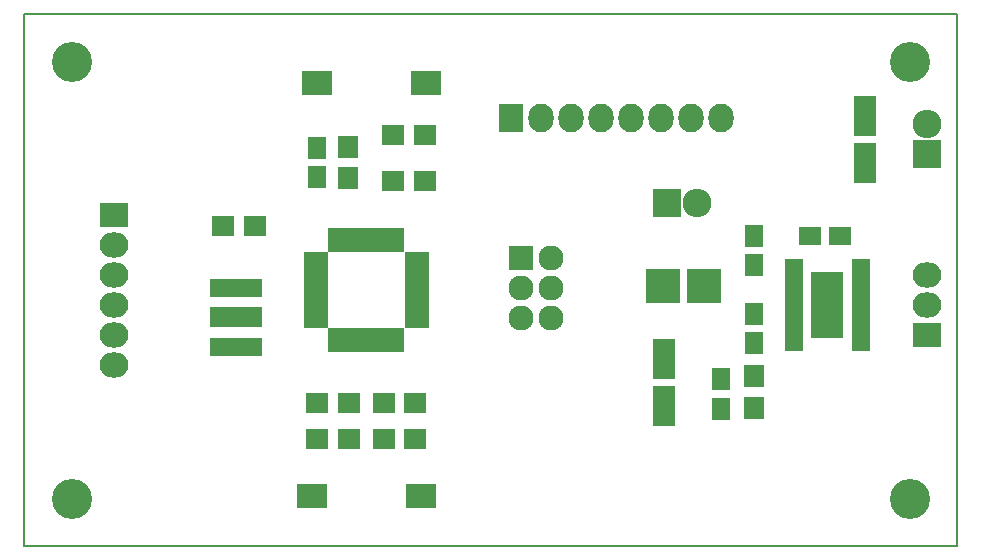
<source format=gts>
G04 #@! TF.FileFunction,Soldermask,Top*
%FSLAX46Y46*%
G04 Gerber Fmt 4.6, Leading zero omitted, Abs format (unit mm)*
G04 Created by KiCad (PCBNEW 0.201602181416+6564~42~ubuntu15.04.1-product) date Mon 22 Feb 2016 02:25:23 PM EST*
%MOMM*%
G01*
G04 APERTURE LIST*
%ADD10C,0.100000*%
%ADD11C,0.150000*%
%ADD12R,1.901140X3.399740*%
%ADD13R,1.650000X1.900000*%
%ADD14R,1.900000X1.650000*%
%ADD15R,1.900000X1.700000*%
%ADD16R,2.000000X0.950000*%
%ADD17R,0.950000X2.000000*%
%ADD18R,2.900000X2.900000*%
%ADD19R,2.127200X2.127200*%
%ADD20O,2.127200X2.127200*%
%ADD21R,2.432000X2.432000*%
%ADD22O,2.432000X2.432000*%
%ADD23R,2.432000X2.127200*%
%ADD24O,2.432000X2.127200*%
%ADD25R,2.127200X2.432000*%
%ADD26O,2.127200X2.432000*%
%ADD27R,1.700000X1.900000*%
%ADD28R,2.580000X2.000000*%
%ADD29R,1.500000X0.800000*%
%ADD30R,2.800000X5.560000*%
%ADD31R,4.400000X1.600000*%
%ADD32R,4.400000X1.800000*%
%ADD33C,3.400000*%
G04 APERTURE END LIST*
D10*
D11*
X100000000Y-25000000D02*
X100000000Y-70000000D01*
X179000000Y-25000000D02*
X179000000Y-70000000D01*
X179000000Y-25000000D02*
X100000000Y-25000000D01*
X100000000Y-70000000D02*
X179000000Y-70000000D01*
D12*
X171200000Y-33601020D03*
X171200000Y-37598980D03*
D13*
X161800000Y-46250000D03*
X161800000Y-43750000D03*
D14*
X166550000Y-43800000D03*
X169050000Y-43800000D03*
D13*
X161800000Y-50350000D03*
X161800000Y-52850000D03*
X159000000Y-58400000D03*
X159000000Y-55900000D03*
X124767363Y-38802527D03*
X124767363Y-36302527D03*
D12*
X154200000Y-58198980D03*
X154200000Y-54201020D03*
D15*
X133117363Y-60952527D03*
X130417363Y-60952527D03*
D16*
X124717363Y-45552527D03*
X124717363Y-46352527D03*
X124717363Y-47152527D03*
X124717363Y-47952527D03*
X124717363Y-48752527D03*
X124717363Y-49552527D03*
X124717363Y-50352527D03*
X124717363Y-51152527D03*
D17*
X126167363Y-52602527D03*
X126967363Y-52602527D03*
X127767363Y-52602527D03*
X128567363Y-52602527D03*
X129367363Y-52602527D03*
X130167363Y-52602527D03*
X130967363Y-52602527D03*
X131767363Y-52602527D03*
D16*
X133217363Y-51152527D03*
X133217363Y-50352527D03*
X133217363Y-49552527D03*
X133217363Y-48752527D03*
X133217363Y-47952527D03*
X133217363Y-47152527D03*
X133217363Y-46352527D03*
X133217363Y-45552527D03*
D17*
X131767363Y-44102527D03*
X130967363Y-44102527D03*
X130167363Y-44102527D03*
X129367363Y-44102527D03*
X128567363Y-44102527D03*
X127767363Y-44102527D03*
X126967363Y-44102527D03*
X126167363Y-44102527D03*
D18*
X157550000Y-48000000D03*
X154050000Y-48000000D03*
D19*
X142027363Y-45612527D03*
D20*
X144567363Y-45612527D03*
X142027363Y-48152527D03*
X144567363Y-48152527D03*
X142027363Y-50692527D03*
X144567363Y-50692527D03*
D21*
X176400000Y-36800000D03*
D22*
X176400000Y-34260000D03*
D23*
X176400000Y-52140000D03*
D24*
X176400000Y-49600000D03*
X176400000Y-47060000D03*
D25*
X141240000Y-33800000D03*
D26*
X143780000Y-33800000D03*
X146320000Y-33800000D03*
X148860000Y-33800000D03*
X151400000Y-33800000D03*
X153940000Y-33800000D03*
X156480000Y-33800000D03*
X159020000Y-33800000D03*
D23*
X107600000Y-41980000D03*
D24*
X107600000Y-44520000D03*
X107600000Y-47060000D03*
X107600000Y-49600000D03*
X107600000Y-52140000D03*
X107600000Y-54680000D03*
D21*
X154460000Y-41000000D03*
D22*
X157000000Y-41000000D03*
D15*
X124767363Y-60952527D03*
X127467363Y-60952527D03*
D27*
X127367363Y-38902527D03*
X127367363Y-36202527D03*
D15*
X119517363Y-42952527D03*
X116817363Y-42952527D03*
X133917363Y-35200000D03*
X131217363Y-35200000D03*
X133917363Y-39152527D03*
X131217363Y-39152527D03*
D27*
X161800000Y-55650000D03*
X161800000Y-58350000D03*
D28*
X124797570Y-30797680D03*
X134002430Y-30802320D03*
X124364933Y-65797680D03*
X133569793Y-65802320D03*
D29*
X165150000Y-46025000D03*
X165150000Y-46675000D03*
X165150000Y-47325000D03*
X165150000Y-47975000D03*
X165150000Y-48625000D03*
X165150000Y-49275000D03*
X165150000Y-49925000D03*
X165150000Y-50575000D03*
X165150000Y-51225000D03*
X165150000Y-51875000D03*
X165150000Y-52525000D03*
X165150000Y-53175000D03*
X170850000Y-53175000D03*
X170850000Y-52525000D03*
X170850000Y-51875000D03*
X170850000Y-51225000D03*
X170850000Y-50575000D03*
X170850000Y-49925000D03*
X170850000Y-49275000D03*
X170850000Y-48625000D03*
X170850000Y-47975000D03*
X170850000Y-47325000D03*
X170850000Y-46675000D03*
X170850000Y-46025000D03*
D30*
X168000000Y-49600000D03*
D15*
X133117363Y-57952527D03*
X130417363Y-57952527D03*
X124817363Y-57952527D03*
X127517363Y-57952527D03*
D31*
X117967363Y-53152527D03*
D32*
X117967363Y-50652527D03*
D31*
X117967363Y-48152527D03*
D33*
X175000000Y-66000000D03*
X104000000Y-66000000D03*
X175000000Y-29000000D03*
X104000000Y-29000000D03*
M02*

</source>
